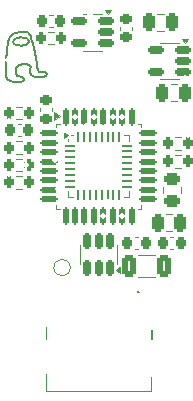
<source format=gbo>
G04 #@! TF.GenerationSoftware,KiCad,Pcbnew,8.0.1*
G04 #@! TF.CreationDate,2024-04-30T14:23:49+02:00*
G04 #@! TF.ProjectId,AVRinator,41565269-6e61-4746-9f72-2e6b69636164,1.0*
G04 #@! TF.SameCoordinates,Original*
G04 #@! TF.FileFunction,Legend,Bot*
G04 #@! TF.FilePolarity,Positive*
%FSLAX46Y46*%
G04 Gerber Fmt 4.6, Leading zero omitted, Abs format (unit mm)*
G04 Created by KiCad (PCBNEW 8.0.1) date 2024-04-30 14:23:49*
%MOMM*%
%LPD*%
G01*
G04 APERTURE LIST*
G04 Aperture macros list*
%AMRoundRect*
0 Rectangle with rounded corners*
0 $1 Rounding radius*
0 $2 $3 $4 $5 $6 $7 $8 $9 X,Y pos of 4 corners*
0 Add a 4 corners polygon primitive as box body*
4,1,4,$2,$3,$4,$5,$6,$7,$8,$9,$2,$3,0*
0 Add four circle primitives for the rounded corners*
1,1,$1+$1,$2,$3*
1,1,$1+$1,$4,$5*
1,1,$1+$1,$6,$7*
1,1,$1+$1,$8,$9*
0 Add four rect primitives between the rounded corners*
20,1,$1+$1,$2,$3,$4,$5,0*
20,1,$1+$1,$4,$5,$6,$7,0*
20,1,$1+$1,$6,$7,$8,$9,0*
20,1,$1+$1,$8,$9,$2,$3,0*%
G04 Aperture macros list end*
%ADD10C,0.120000*%
%ADD11C,0.200000*%
%ADD12C,0.100000*%
%ADD13R,1.700000X1.700000*%
%ADD14O,1.700000X1.700000*%
%ADD15R,1.650000X1.650000*%
%ADD16C,1.650000*%
%ADD17RoundRect,0.200000X-0.200000X-0.275000X0.200000X-0.275000X0.200000X0.275000X-0.200000X0.275000X0*%
%ADD18RoundRect,0.250000X-0.250000X-0.475000X0.250000X-0.475000X0.250000X0.475000X-0.250000X0.475000X0*%
%ADD19RoundRect,0.225000X-0.250000X0.225000X-0.250000X-0.225000X0.250000X-0.225000X0.250000X0.225000X0*%
%ADD20RoundRect,0.150000X0.512500X0.150000X-0.512500X0.150000X-0.512500X-0.150000X0.512500X-0.150000X0*%
%ADD21C,1.000000*%
%ADD22RoundRect,0.225000X0.225000X0.250000X-0.225000X0.250000X-0.225000X-0.250000X0.225000X-0.250000X0*%
%ADD23RoundRect,0.250000X-0.325000X-0.650000X0.325000X-0.650000X0.325000X0.650000X-0.325000X0.650000X0*%
%ADD24RoundRect,0.062500X-0.062500X0.375000X-0.062500X-0.375000X0.062500X-0.375000X0.062500X0.375000X0*%
%ADD25RoundRect,0.062500X-0.375000X0.062500X-0.375000X-0.062500X0.375000X-0.062500X0.375000X0.062500X0*%
%ADD26R,3.450000X3.450000*%
%ADD27RoundRect,0.200000X0.200000X0.275000X-0.200000X0.275000X-0.200000X-0.275000X0.200000X-0.275000X0*%
%ADD28RoundRect,0.225000X-0.225000X-0.250000X0.225000X-0.250000X0.225000X0.250000X-0.225000X0.250000X0*%
%ADD29RoundRect,0.250000X0.250000X0.475000X-0.250000X0.475000X-0.250000X-0.475000X0.250000X-0.475000X0*%
%ADD30RoundRect,0.125000X-0.125000X0.625000X-0.125000X-0.625000X0.125000X-0.625000X0.125000X0.625000X0*%
%ADD31RoundRect,0.125000X-0.625000X0.125000X-0.625000X-0.125000X0.625000X-0.125000X0.625000X0.125000X0*%
%ADD32RoundRect,0.150000X0.150000X-0.512500X0.150000X0.512500X-0.150000X0.512500X-0.150000X-0.512500X0*%
%ADD33C,0.650000*%
%ADD34R,0.300000X1.150000*%
%ADD35R,2.180000X2.000000*%
%ADD36RoundRect,0.250000X0.450000X-0.262500X0.450000X0.262500X-0.450000X0.262500X-0.450000X-0.262500X0*%
%ADD37C,0.500000*%
G04 APERTURE END LIST*
D10*
X69172858Y-63993500D02*
X68698342Y-63993500D01*
X69172858Y-65038500D02*
X68698342Y-65038500D01*
X68841252Y-57964400D02*
X68318748Y-57964400D01*
X68841252Y-59434400D02*
X68318748Y-59434400D01*
X64006000Y-53378980D02*
X64006000Y-53097820D01*
X65026000Y-53378980D02*
X65026000Y-53097820D01*
X60922000Y-52008600D02*
X61722000Y-52008600D01*
X60922000Y-55128600D02*
X61722000Y-55128600D01*
X62522000Y-52008600D02*
X61722000Y-52008600D01*
X62522000Y-55128600D02*
X61722000Y-55128600D01*
X63022000Y-52058600D02*
X62782000Y-51728600D01*
X63262000Y-51728600D01*
X63022000Y-52058600D01*
G36*
X63022000Y-52058600D02*
G01*
X62782000Y-51728600D01*
X63262000Y-51728600D01*
X63022000Y-52058600D01*
G37*
X69172858Y-62469500D02*
X68698342Y-62469500D01*
X69172858Y-63514500D02*
X68698342Y-63514500D01*
X59831200Y-73507600D02*
G75*
G02*
X58431200Y-73507600I-700000J0D01*
G01*
X58431200Y-73507600D02*
G75*
G02*
X59831200Y-73507600I700000J0D01*
G01*
X58050820Y-52093400D02*
X58331980Y-52093400D01*
X58050820Y-53113400D02*
X58331980Y-53113400D01*
X67005252Y-72445200D02*
X65582748Y-72445200D01*
X67005252Y-74265200D02*
X65582748Y-74265200D01*
X59620000Y-62612400D02*
X59620000Y-62787400D01*
X59620000Y-67532400D02*
X59620000Y-67057400D01*
X59860000Y-62312400D02*
X60095000Y-62312400D01*
X60095000Y-67532400D02*
X59620000Y-67532400D01*
X64365000Y-62312400D02*
X64840000Y-62312400D01*
X64365000Y-67532400D02*
X64840000Y-67532400D01*
X64840000Y-62312400D02*
X64840000Y-62787400D01*
X64840000Y-67532400D02*
X64840000Y-67057400D01*
X59620000Y-62312400D02*
X59290000Y-62552400D01*
X59290000Y-62072400D01*
X59620000Y-62312400D01*
G36*
X59620000Y-62312400D02*
G01*
X59290000Y-62552400D01*
X59290000Y-62072400D01*
X59620000Y-62312400D01*
G37*
X55261742Y-59878700D02*
X55736258Y-59878700D01*
X55261742Y-60923700D02*
X55736258Y-60923700D01*
D11*
X54365966Y-56863072D02*
X54366877Y-57072815D01*
X54377890Y-57285260D01*
X54436010Y-57504475D01*
X54577566Y-57652715D01*
X54793475Y-57740269D01*
X54941967Y-57775072D01*
X54413966Y-55759072D02*
X54401409Y-55965929D01*
X54389160Y-56172847D01*
X54378420Y-56379829D01*
X54370388Y-56586882D01*
X54366264Y-56794011D01*
X54365966Y-56863072D01*
X54485967Y-54847072D02*
X54467016Y-55046298D01*
X54449932Y-55245704D01*
X54434628Y-55445259D01*
X54421017Y-55644931D01*
X54413966Y-55759072D01*
X54941967Y-57775072D02*
X55139288Y-57814393D01*
X55229967Y-57823072D01*
X54955811Y-54367018D02*
X55066460Y-54538899D01*
X55254194Y-54639334D01*
X55463296Y-54695855D01*
X55658275Y-54712375D01*
X55061967Y-53671072D02*
X54866954Y-53796960D01*
X54738856Y-53973733D01*
X54639455Y-54189167D01*
X54566326Y-54418253D01*
X54517043Y-54635987D01*
X54485967Y-54847072D01*
X55229967Y-57823072D02*
X55435569Y-57823397D01*
X55649492Y-57802728D01*
X55858612Y-57732160D01*
X55925967Y-57631072D01*
X55325966Y-57271072D02*
X55267340Y-57057012D01*
X55243329Y-56855722D01*
X55245934Y-56649749D01*
X55316611Y-56438481D01*
X55349966Y-56407072D01*
X55349966Y-56407072D02*
X55528753Y-56313161D01*
X55541966Y-56311072D01*
X55541966Y-56311072D02*
X55843859Y-56283183D01*
X56074227Y-56282575D01*
X56305390Y-56325895D01*
X56460755Y-56489682D01*
X56450825Y-56725119D01*
X56418533Y-56931842D01*
X56466064Y-57171696D01*
X56662310Y-57317897D01*
X56837967Y-57367072D01*
X55655868Y-54016808D02*
X55429517Y-54040734D01*
X55225322Y-54103588D01*
X55047288Y-54208982D01*
X54955811Y-54367018D01*
X55658275Y-54712375D02*
X55884626Y-54688448D01*
X56088820Y-54625593D01*
X56266855Y-54520200D01*
X56358333Y-54362165D01*
X55925967Y-57631072D02*
X55891806Y-57433857D01*
X55696678Y-57326419D01*
X55481990Y-57316935D01*
X55325966Y-57271072D01*
X56141966Y-53575072D02*
X55918918Y-53565350D01*
X55702793Y-53562439D01*
X55492169Y-53575050D01*
X55290927Y-53609612D01*
X55061967Y-53671072D01*
X56358333Y-54362165D02*
X56247683Y-54190283D01*
X56059948Y-54089848D01*
X55850846Y-54033327D01*
X55655868Y-54016808D01*
X56645966Y-54535072D02*
X56592537Y-54323019D01*
X56538008Y-54127702D01*
X56464719Y-53922949D01*
X56370586Y-53741142D01*
X56227177Y-53598853D01*
X56141966Y-53575072D01*
X56837967Y-57367072D02*
X57051768Y-57397931D01*
X57328295Y-57402520D01*
X57550380Y-57366887D01*
X57759025Y-57275895D01*
X57876805Y-57099408D01*
X57702807Y-56938308D01*
X57445374Y-56918905D01*
X57173966Y-56959072D01*
X56957966Y-55879072D02*
X56921274Y-55665882D01*
X56880188Y-55454133D01*
X56834659Y-55243648D01*
X56784638Y-55034250D01*
X56730075Y-54825763D01*
X56670923Y-54618008D01*
X56645966Y-54535072D01*
X57173966Y-56959072D02*
X57092161Y-56741661D01*
X57046105Y-56536657D01*
X57014265Y-56323901D01*
X56989068Y-56112363D01*
X56962942Y-55911010D01*
X56957966Y-55879072D01*
D10*
X67424400Y-54447000D02*
X68224400Y-54447000D01*
X67424400Y-57567000D02*
X68224400Y-57567000D01*
X69024400Y-54447000D02*
X68224400Y-54447000D01*
X69024400Y-57567000D02*
X68224400Y-57567000D01*
X69524400Y-54497000D02*
X69284400Y-54167000D01*
X69764400Y-54167000D01*
X69524400Y-54497000D01*
G36*
X69524400Y-54497000D02*
G01*
X69284400Y-54167000D01*
X69764400Y-54167000D01*
X69524400Y-54497000D01*
G37*
X65570980Y-70914800D02*
X65289820Y-70914800D01*
X65570980Y-71934800D02*
X65289820Y-71934800D01*
X67201148Y-51995400D02*
X67723652Y-51995400D01*
X67201148Y-53465400D02*
X67723652Y-53465400D01*
X55736258Y-65771500D02*
X55261742Y-65771500D01*
X55736258Y-66816500D02*
X55261742Y-66816500D01*
X58620000Y-61312400D02*
X58620000Y-61612400D01*
X58620000Y-68532400D02*
X58620000Y-68232400D01*
X58920000Y-61312400D02*
X58620000Y-61312400D01*
X58920000Y-68532400D02*
X58620000Y-68532400D01*
X65540000Y-61312400D02*
X65840000Y-61312400D01*
X65540000Y-68532400D02*
X65840000Y-68532400D01*
X65840000Y-61312400D02*
X65840000Y-61612400D01*
X65840000Y-68532400D02*
X65840000Y-68232400D01*
X58920000Y-60709900D02*
X58450000Y-61049900D01*
X58450000Y-60369900D01*
X58920000Y-60709900D01*
G36*
X58920000Y-60709900D02*
G01*
X58450000Y-61049900D01*
X58450000Y-60369900D01*
X58920000Y-60709900D01*
G37*
X60670000Y-71590000D02*
X60670000Y-72390000D01*
X60670000Y-73190000D02*
X60670000Y-72390000D01*
X63790000Y-71590000D02*
X63790000Y-72390000D01*
X63790000Y-73190000D02*
X63790000Y-72390000D01*
X64070000Y-73930000D02*
X63740000Y-73690000D01*
X64070000Y-73450000D01*
X64070000Y-73930000D01*
G36*
X64070000Y-73930000D02*
G01*
X63740000Y-73690000D01*
X64070000Y-73450000D01*
X64070000Y-73930000D01*
G37*
D12*
X57760000Y-78514000D02*
X57760000Y-78514000D01*
X57760000Y-78514000D02*
X57760000Y-79514000D01*
X57760000Y-79514000D02*
X57760000Y-78514000D01*
X57760000Y-79514000D02*
X57760000Y-79514000D01*
X57760000Y-82514000D02*
X57760000Y-82514000D01*
X57760000Y-82514000D02*
X57760000Y-83941000D01*
X57760000Y-83941000D02*
X57760000Y-82514000D01*
X57760000Y-83941000D02*
X57760000Y-83941000D01*
X57760000Y-83941000D02*
X57760000Y-83941000D01*
X57760000Y-83941000D02*
X66700000Y-83941000D01*
D11*
X65530000Y-75564000D02*
X65530000Y-75564000D01*
X65630000Y-75564000D02*
X65630000Y-75564000D01*
X65630000Y-75564000D02*
X65630000Y-75564000D01*
D12*
X66700000Y-78764000D02*
X66700000Y-79514000D01*
X66700000Y-79514000D02*
X66730000Y-79514000D01*
X66700000Y-82764000D02*
X66700000Y-82764000D01*
X66700000Y-82764000D02*
X66700000Y-83941000D01*
X66700000Y-83941000D02*
X57760000Y-83941000D01*
X66700000Y-83941000D02*
X66700000Y-82764000D01*
X66700000Y-83941000D02*
X66700000Y-83941000D01*
X66700000Y-83941000D02*
X66700000Y-83941000D01*
X66730000Y-78764000D02*
X66700000Y-78764000D01*
X66730000Y-79514000D02*
X66730000Y-78764000D01*
D11*
X65530000Y-75564000D02*
G75*
G02*
X65630000Y-75564000I50000J0D01*
G01*
X65630000Y-75564000D02*
G75*
G02*
X65530000Y-75564000I-50000J0D01*
G01*
X65630000Y-75564000D02*
G75*
G02*
X65530000Y-75564000I-50000J0D01*
G01*
D10*
X68460252Y-68962600D02*
X67937748Y-68962600D01*
X68460252Y-70432600D02*
X67937748Y-70432600D01*
X57954142Y-53554100D02*
X58428658Y-53554100D01*
X57954142Y-54599100D02*
X58428658Y-54599100D01*
X57224200Y-60262380D02*
X57224200Y-59981220D01*
X58244200Y-60262380D02*
X58244200Y-59981220D01*
X55261742Y-64298300D02*
X55736258Y-64298300D01*
X55261742Y-65343300D02*
X55736258Y-65343300D01*
X55639580Y-61364400D02*
X55358420Y-61364400D01*
X55639580Y-62384400D02*
X55358420Y-62384400D01*
X68555180Y-70914800D02*
X68274020Y-70914800D01*
X68555180Y-71934800D02*
X68274020Y-71934800D01*
X67718000Y-66701936D02*
X67718000Y-67156064D01*
X69188000Y-66701936D02*
X69188000Y-67156064D01*
X55261742Y-62825100D02*
X55736258Y-62825100D01*
X55261742Y-63870100D02*
X55736258Y-63870100D01*
%LPC*%
D13*
X68554600Y-50774600D03*
D14*
X66014600Y-50774600D03*
X63474600Y-50774600D03*
X60934600Y-50774600D03*
X58394600Y-50774600D03*
X55854600Y-50774600D03*
D15*
X64770000Y-56134000D03*
D16*
X64770000Y-58674000D03*
X62230000Y-56134000D03*
X62230000Y-58674000D03*
X59690000Y-56134000D03*
X59690000Y-58674000D03*
D17*
X68110600Y-64516000D03*
X69760600Y-64516000D03*
D18*
X67630000Y-58699400D03*
X69530000Y-58699400D03*
D19*
X64516000Y-52463400D03*
X64516000Y-54013400D03*
D20*
X62859500Y-52618600D03*
X62859500Y-53568600D03*
X62859500Y-54518600D03*
X60584500Y-54518600D03*
X60584500Y-52618600D03*
D17*
X68110600Y-62992000D03*
X69760600Y-62992000D03*
D21*
X59131200Y-73507600D03*
D22*
X58966400Y-52603400D03*
X57416400Y-52603400D03*
D23*
X64819000Y-73355200D03*
X67769000Y-73355200D03*
D24*
X60480000Y-62484900D03*
X60980000Y-62484900D03*
X61480000Y-62484900D03*
X61980000Y-62484900D03*
X62480000Y-62484900D03*
X62980000Y-62484900D03*
X63480000Y-62484900D03*
X63980000Y-62484900D03*
D25*
X64667500Y-63172400D03*
X64667500Y-63672400D03*
X64667500Y-64172400D03*
X64667500Y-64672400D03*
X64667500Y-65172400D03*
X64667500Y-65672400D03*
X64667500Y-66172400D03*
X64667500Y-66672400D03*
D24*
X63980000Y-67359900D03*
X63480000Y-67359900D03*
X62980000Y-67359900D03*
X62480000Y-67359900D03*
X61980000Y-67359900D03*
X61480000Y-67359900D03*
X60980000Y-67359900D03*
X60480000Y-67359900D03*
D25*
X59792500Y-66672400D03*
X59792500Y-66172400D03*
X59792500Y-65672400D03*
X59792500Y-65172400D03*
X59792500Y-64672400D03*
X59792500Y-64172400D03*
X59792500Y-63672400D03*
X59792500Y-63172400D03*
D26*
X62230000Y-64922400D03*
D27*
X56324000Y-60401200D03*
X54674000Y-60401200D03*
D20*
X69361900Y-55057000D03*
X69361900Y-56007000D03*
X69361900Y-56957000D03*
X67086900Y-56957000D03*
X67086900Y-55057000D03*
D28*
X64655400Y-71424800D03*
X66205400Y-71424800D03*
D29*
X68412400Y-52730400D03*
X66512400Y-52730400D03*
D17*
X54674000Y-66294000D03*
X56324000Y-66294000D03*
D30*
X59430000Y-60747400D03*
X60230000Y-60747400D03*
X61030000Y-60747400D03*
X61830000Y-60747400D03*
X62630000Y-60747400D03*
X63430000Y-60747400D03*
X64230000Y-60747400D03*
X65030000Y-60747400D03*
D31*
X66405000Y-62122400D03*
X66405000Y-62922400D03*
X66405000Y-63722400D03*
X66405000Y-64522400D03*
X66405000Y-65322400D03*
X66405000Y-66122400D03*
X66405000Y-66922400D03*
X66405000Y-67722400D03*
D30*
X65030000Y-69097400D03*
X64230000Y-69097400D03*
X63430000Y-69097400D03*
X62630000Y-69097400D03*
X61830000Y-69097400D03*
X61030000Y-69097400D03*
X60230000Y-69097400D03*
X59430000Y-69097400D03*
D31*
X58055000Y-67722400D03*
X58055000Y-66922400D03*
X58055000Y-66122400D03*
X58055000Y-65322400D03*
X58055000Y-64522400D03*
X58055000Y-63722400D03*
X58055000Y-62922400D03*
X58055000Y-62122400D03*
D32*
X63180000Y-73527500D03*
X62230000Y-73527500D03*
X61280000Y-73527500D03*
X61280000Y-71252500D03*
X62230000Y-71252500D03*
X63180000Y-71252500D03*
D33*
X65120000Y-77661000D03*
X59340000Y-77661000D03*
D34*
X65580000Y-76586000D03*
X64780000Y-76586000D03*
X63480000Y-76586000D03*
X62480000Y-76586000D03*
X61980000Y-76586000D03*
X60980000Y-76586000D03*
X59680000Y-76586000D03*
X58880000Y-76586000D03*
X59180000Y-76586000D03*
X59980000Y-76586000D03*
X60480000Y-76586000D03*
X61480000Y-76586000D03*
X62980000Y-76586000D03*
X63980000Y-76586000D03*
X64480000Y-76586000D03*
X65280000Y-76586000D03*
D35*
X67340000Y-81091000D03*
X67340000Y-77161000D03*
X57120000Y-81091000D03*
X57120000Y-77161000D03*
D18*
X67249000Y-69697600D03*
X69149000Y-69697600D03*
D27*
X59016400Y-54076600D03*
X57366400Y-54076600D03*
D19*
X57734200Y-59346800D03*
X57734200Y-60896800D03*
D27*
X56324000Y-64820800D03*
X54674000Y-64820800D03*
D28*
X54724000Y-61874400D03*
X56274000Y-61874400D03*
X67639600Y-71424800D03*
X69189600Y-71424800D03*
D36*
X68453000Y-67841500D03*
X68453000Y-66016500D03*
D27*
X56324000Y-63347600D03*
X54674000Y-63347600D03*
D37*
X59131200Y-73507600D03*
X62219089Y-49646089D03*
X61591590Y-72411990D03*
X68961000Y-54051200D03*
X60871100Y-63919100D03*
X64947800Y-75361800D03*
X54533800Y-55956200D03*
X61493400Y-52044600D03*
X66217800Y-69951600D03*
X63677800Y-79121000D03*
X63830200Y-66268600D03*
X56464200Y-55930800D03*
X57912000Y-55245000D03*
X55245000Y-72059800D03*
X67005200Y-60325000D03*
X54686200Y-49758600D03*
X69824600Y-68249800D03*
X64008000Y-70383400D03*
X63779400Y-63423800D03*
X67640200Y-56057800D03*
X54674000Y-65557400D03*
X68148200Y-60071000D03*
X55905400Y-52171600D03*
X69773800Y-73355200D03*
X57327800Y-73837800D03*
X60934600Y-55626000D03*
X60452000Y-81153000D03*
X69773800Y-74168000D03*
X56515000Y-53162200D03*
X54965600Y-75996800D03*
X59740800Y-53289200D03*
X54635400Y-59613800D03*
X69824600Y-67335400D03*
X61087000Y-58140600D03*
X64185800Y-81178400D03*
X69697600Y-53492400D03*
X67411600Y-74980800D03*
X62331600Y-81178400D03*
X54610000Y-53238400D03*
X61696600Y-53568600D03*
X69875400Y-81584800D03*
X54635400Y-61112400D03*
X57353200Y-74879200D03*
X68757800Y-61366400D03*
X56108600Y-70180200D03*
X62280800Y-74523600D03*
X68326000Y-75387200D03*
X69672200Y-52222400D03*
X67589400Y-61315600D03*
X56413400Y-75692000D03*
X54508400Y-81559400D03*
X69773800Y-76200000D03*
X64160400Y-57531000D03*
X62941200Y-77876400D03*
X54686200Y-67056000D03*
X60731400Y-79121000D03*
X66573400Y-54025800D03*
X56896000Y-49682400D03*
X59029600Y-75641200D03*
X66217800Y-69088000D03*
X64795400Y-72186800D03*
X55422800Y-70967600D03*
X56464200Y-59131200D03*
X67157600Y-71907400D03*
X69760600Y-62280800D03*
X68970600Y-59947762D03*
X56718200Y-60883800D03*
X58775600Y-81407000D03*
X55143400Y-79832200D03*
X69570600Y-80264000D03*
X68884800Y-77114400D03*
X61150400Y-61531600D03*
X55575200Y-77647800D03*
X60230000Y-60747400D03*
X64058800Y-77622400D03*
X60452000Y-75184000D03*
X62230000Y-51435000D03*
X69545200Y-57454800D03*
X58521600Y-64414400D03*
X57150000Y-70129400D03*
X56083200Y-64820800D03*
X61493400Y-54406800D03*
X61830000Y-60747400D03*
X58782000Y-66833800D03*
X62560200Y-61671200D03*
X63430000Y-60747400D03*
X64230000Y-60747400D03*
X64820800Y-61747400D03*
X66192400Y-61518800D03*
X67183000Y-64135000D03*
X64230000Y-69097400D03*
X62992000Y-67945000D03*
X62630000Y-69097400D03*
%LPD*%
M02*

</source>
